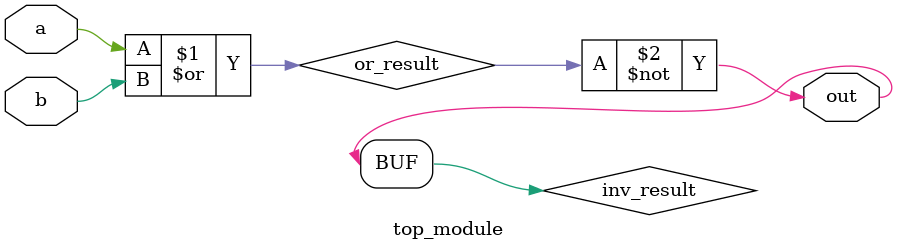
<source format=sv>
module top_module(
    input a,
    input b,
    output out
);
    
    // OR gate
    wire or_result;
    assign or_result = a | b;
    
    // Inverter
    wire inv_result;
    assign inv_result = ~or_result;
    
    // Output
    assign out = inv_result;
    
endmodule

</source>
